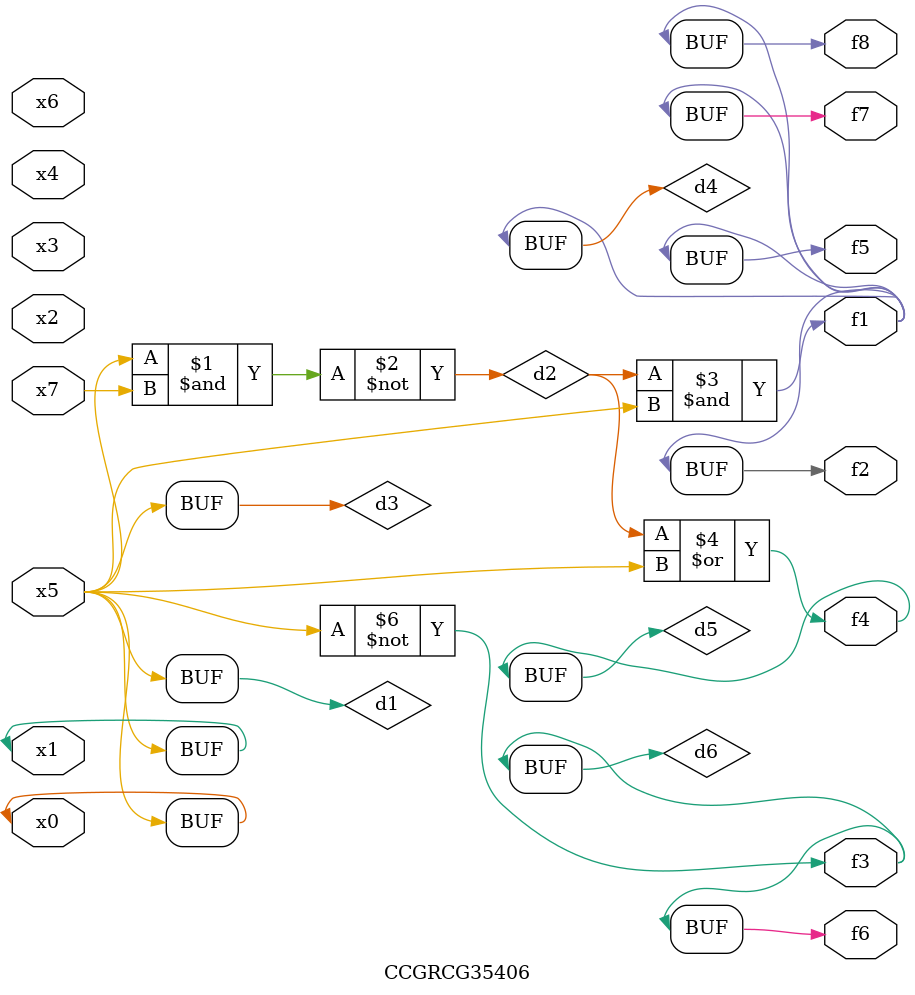
<source format=v>
module CCGRCG35406(
	input x0, x1, x2, x3, x4, x5, x6, x7,
	output f1, f2, f3, f4, f5, f6, f7, f8
);

	wire d1, d2, d3, d4, d5, d6;

	buf (d1, x0, x5);
	nand (d2, x5, x7);
	buf (d3, x0, x1);
	and (d4, d2, d3);
	or (d5, d2, d3);
	nor (d6, d1, d3);
	assign f1 = d4;
	assign f2 = d4;
	assign f3 = d6;
	assign f4 = d5;
	assign f5 = d4;
	assign f6 = d6;
	assign f7 = d4;
	assign f8 = d4;
endmodule

</source>
